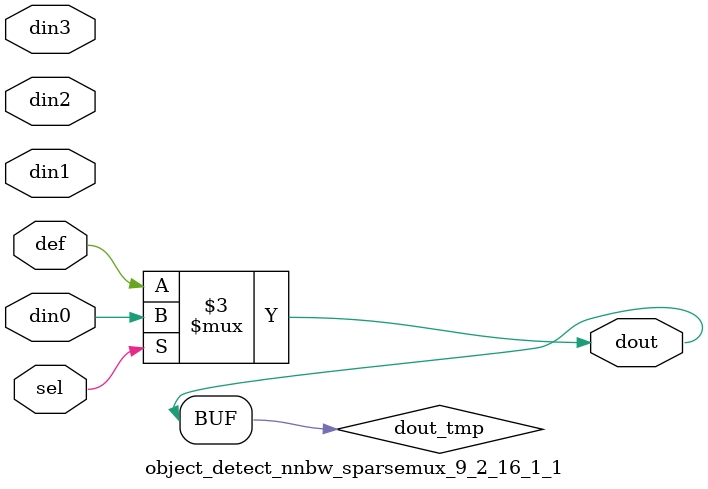
<source format=v>
`timescale 1ns / 1ps

module object_detect_nnbw_sparsemux_9_2_16_1_1 (din0,din1,din2,din3,def,sel,dout);

parameter din0_WIDTH = 1;

parameter din1_WIDTH = 1;

parameter din2_WIDTH = 1;

parameter din3_WIDTH = 1;

parameter def_WIDTH = 1;
parameter sel_WIDTH = 1;
parameter dout_WIDTH = 1;

parameter [sel_WIDTH-1:0] CASE0 = 1;

parameter [sel_WIDTH-1:0] CASE1 = 1;

parameter [sel_WIDTH-1:0] CASE2 = 1;

parameter [sel_WIDTH-1:0] CASE3 = 1;

parameter ID = 1;
parameter NUM_STAGE = 1;



input [din0_WIDTH-1:0] din0;

input [din1_WIDTH-1:0] din1;

input [din2_WIDTH-1:0] din2;

input [din3_WIDTH-1:0] din3;

input [def_WIDTH-1:0] def;
input [sel_WIDTH-1:0] sel;

output [dout_WIDTH-1:0] dout;



reg [dout_WIDTH-1:0] dout_tmp;


always @ (*) begin
(* parallel_case *) case (sel)
    
    CASE0 : dout_tmp = din0;
    
    CASE1 : dout_tmp = din1;
    
    CASE2 : dout_tmp = din2;
    
    CASE3 : dout_tmp = din3;
    
    default : dout_tmp = def;
endcase
end


assign dout = dout_tmp;



endmodule

</source>
